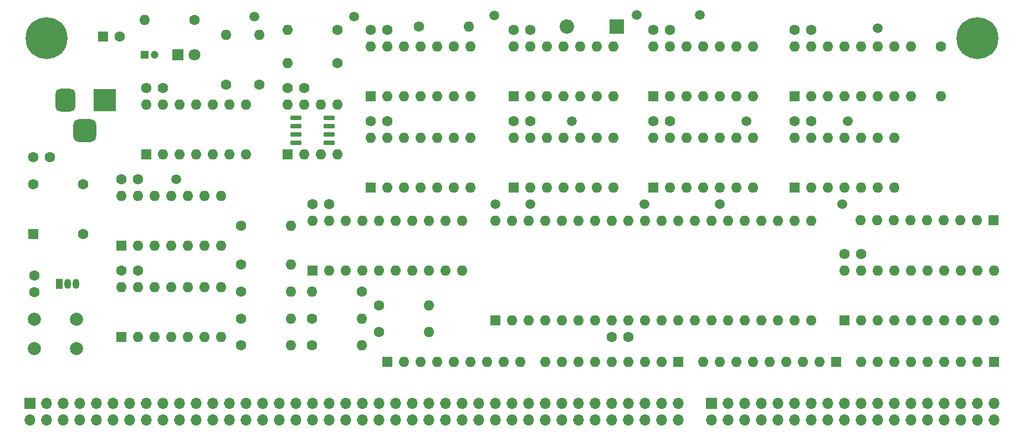
<source format=gts>
G04 #@! TF.GenerationSoftware,KiCad,Pcbnew,(6.0.7-1)-1*
G04 #@! TF.CreationDate,2022-08-14T21:18:01+02:00*
G04 #@! TF.ProjectId,breakout,62726561-6b6f-4757-942e-6b696361645f,A.26*
G04 #@! TF.SameCoordinates,Original*
G04 #@! TF.FileFunction,Soldermask,Top*
G04 #@! TF.FilePolarity,Negative*
%FSLAX46Y46*%
G04 Gerber Fmt 4.6, Leading zero omitted, Abs format (unit mm)*
G04 Created by KiCad (PCBNEW (6.0.7-1)-1) date 2022-08-14 21:18:01*
%MOMM*%
%LPD*%
G01*
G04 APERTURE LIST*
G04 Aperture macros list*
%AMRoundRect*
0 Rectangle with rounded corners*
0 $1 Rounding radius*
0 $2 $3 $4 $5 $6 $7 $8 $9 X,Y pos of 4 corners*
0 Add a 4 corners polygon primitive as box body*
4,1,4,$2,$3,$4,$5,$6,$7,$8,$9,$2,$3,0*
0 Add four circle primitives for the rounded corners*
1,1,$1+$1,$2,$3*
1,1,$1+$1,$4,$5*
1,1,$1+$1,$6,$7*
1,1,$1+$1,$8,$9*
0 Add four rect primitives between the rounded corners*
20,1,$1+$1,$2,$3,$4,$5,0*
20,1,$1+$1,$4,$5,$6,$7,0*
20,1,$1+$1,$6,$7,$8,$9,0*
20,1,$1+$1,$8,$9,$2,$3,0*%
G04 Aperture macros list end*
%ADD10C,1.600000*%
%ADD11O,1.600000X1.600000*%
%ADD12C,1.500000*%
%ADD13R,1.600000X1.600000*%
%ADD14R,2.200000X2.200000*%
%ADD15O,2.200000X2.200000*%
%ADD16C,2.000000*%
%ADD17R,1.050000X1.500000*%
%ADD18O,1.050000X1.500000*%
%ADD19R,1.800000X1.800000*%
%ADD20C,1.800000*%
%ADD21C,6.400000*%
%ADD22R,3.500000X3.500000*%
%ADD23RoundRect,0.750000X-0.750000X-1.000000X0.750000X-1.000000X0.750000X1.000000X-0.750000X1.000000X0*%
%ADD24RoundRect,0.875000X-0.875000X-0.875000X0.875000X-0.875000X0.875000X0.875000X-0.875000X0.875000X0*%
%ADD25RoundRect,0.150000X-0.725000X-0.150000X0.725000X-0.150000X0.725000X0.150000X-0.725000X0.150000X0*%
%ADD26R,1.200000X1.200000*%
%ADD27C,1.200000*%
%ADD28R,1.700000X1.700000*%
%ADD29O,1.700000X1.700000*%
G04 APERTURE END LIST*
D10*
X53081000Y-68326000D03*
D11*
X45461000Y-68326000D03*
D10*
X45720000Y-78740000D03*
X48220000Y-78740000D03*
D12*
X152044400Y-96494600D03*
D10*
X28468000Y-89281000D03*
X30968000Y-89281000D03*
D12*
X110744000Y-83820000D03*
D10*
X60198000Y-118110000D03*
D11*
X67818000Y-118110000D03*
D12*
X157480000Y-69596000D03*
D10*
X70993000Y-118110000D03*
D11*
X78613000Y-118110000D03*
D10*
X57912000Y-78232000D03*
D11*
X57912000Y-70612000D03*
D10*
X70993000Y-113995200D03*
D11*
X78613000Y-113995200D03*
D13*
X41877500Y-116807500D03*
D11*
X44417500Y-116807500D03*
X46957500Y-116807500D03*
X49497500Y-116807500D03*
X52037500Y-116807500D03*
X54577500Y-116807500D03*
X57117500Y-116807500D03*
X57117500Y-109187500D03*
X54577500Y-109187500D03*
X52037500Y-109187500D03*
X49497500Y-109187500D03*
X46957500Y-109187500D03*
X44417500Y-109187500D03*
X41877500Y-109187500D03*
D13*
X99060000Y-114310000D03*
D11*
X101600000Y-114310000D03*
X104140000Y-114310000D03*
X106680000Y-114310000D03*
X109220000Y-114310000D03*
X111760000Y-114310000D03*
X114300000Y-114310000D03*
X116840000Y-114310000D03*
X119380000Y-114310000D03*
X121920000Y-114310000D03*
X124460000Y-114310000D03*
X127000000Y-114310000D03*
X129540000Y-114310000D03*
X132080000Y-114310000D03*
X134620000Y-114310000D03*
X137160000Y-114310000D03*
X139700000Y-114310000D03*
X142240000Y-114310000D03*
X144780000Y-114310000D03*
X147320000Y-114310000D03*
X147320000Y-99070000D03*
X144780000Y-99070000D03*
X142240000Y-99070000D03*
X139700000Y-99070000D03*
X137160000Y-99070000D03*
X134620000Y-99070000D03*
X132080000Y-99070000D03*
X129540000Y-99070000D03*
X127000000Y-99070000D03*
X124460000Y-99070000D03*
X121920000Y-99070000D03*
X119380000Y-99070000D03*
X116840000Y-99070000D03*
X114300000Y-99070000D03*
X111760000Y-99070000D03*
X109220000Y-99070000D03*
X106680000Y-99070000D03*
X104140000Y-99070000D03*
X101600000Y-99070000D03*
X99060000Y-99070000D03*
D12*
X104394000Y-96520000D03*
X121818400Y-96520000D03*
X130302000Y-67564000D03*
D13*
X151145000Y-120660000D03*
D11*
X148605000Y-120660000D03*
X146065000Y-120660000D03*
X143525000Y-120660000D03*
X140985000Y-120660000D03*
X138445000Y-120660000D03*
X135905000Y-120660000D03*
X133365000Y-120660000D03*
X130825000Y-120660000D03*
D10*
X62992000Y-78232000D03*
D11*
X62992000Y-70612000D03*
D13*
X123185000Y-93970000D03*
D11*
X125725000Y-93970000D03*
X128265000Y-93970000D03*
X130805000Y-93970000D03*
X133345000Y-93970000D03*
X135885000Y-93970000D03*
X138425000Y-93970000D03*
X138425000Y-86350000D03*
X135885000Y-86350000D03*
X133345000Y-86350000D03*
X130805000Y-86350000D03*
X128265000Y-86350000D03*
X125725000Y-86350000D03*
X123185000Y-86350000D03*
D12*
X99060000Y-96520000D03*
D13*
X82550000Y-120660000D03*
D11*
X85090000Y-120660000D03*
X87630000Y-120660000D03*
X90170000Y-120660000D03*
X92710000Y-120660000D03*
X95250000Y-120660000D03*
X97790000Y-120660000D03*
X100330000Y-120660000D03*
X102870000Y-120660000D03*
D14*
X117602000Y-69342000D03*
D15*
X109982000Y-69342000D03*
D13*
X80010000Y-80010000D03*
D11*
X82550000Y-80010000D03*
X85090000Y-80010000D03*
X87630000Y-80010000D03*
X90170000Y-80010000D03*
X92710000Y-80010000D03*
X95250000Y-80010000D03*
X95250000Y-72390000D03*
X92710000Y-72390000D03*
X90170000Y-72390000D03*
X87630000Y-72390000D03*
X85090000Y-72390000D03*
X82550000Y-72390000D03*
X80010000Y-72390000D03*
D13*
X39111000Y-70866000D03*
D10*
X41611000Y-70866000D03*
D13*
X67310000Y-88890000D03*
D11*
X69850000Y-88890000D03*
X72390000Y-88890000D03*
X74930000Y-88890000D03*
X74930000Y-81270000D03*
X72390000Y-81270000D03*
X69850000Y-81270000D03*
X67310000Y-81270000D03*
D13*
X144780000Y-93980000D03*
D11*
X147320000Y-93980000D03*
X149860000Y-93980000D03*
X152400000Y-93980000D03*
X154940000Y-93980000D03*
X157480000Y-93980000D03*
X160020000Y-93980000D03*
X160020000Y-86360000D03*
X157480000Y-86360000D03*
X154940000Y-86360000D03*
X152400000Y-86360000D03*
X149860000Y-86360000D03*
X147320000Y-86360000D03*
X144780000Y-86360000D03*
D10*
X41910000Y-92710000D03*
X44410000Y-92710000D03*
D12*
X120650000Y-67564000D03*
D16*
X28575000Y-118582000D03*
X35075000Y-118582000D03*
X28575000Y-114082000D03*
X35075000Y-114082000D03*
D13*
X175275000Y-120660000D03*
D11*
X172735000Y-120660000D03*
X170195000Y-120660000D03*
X167655000Y-120660000D03*
X165115000Y-120660000D03*
X162575000Y-120660000D03*
X160035000Y-120660000D03*
X157495000Y-120660000D03*
X154955000Y-120660000D03*
D13*
X71120000Y-106680000D03*
D11*
X73660000Y-106680000D03*
X76200000Y-106680000D03*
X78740000Y-106680000D03*
X81280000Y-106680000D03*
X83820000Y-106680000D03*
X86360000Y-106680000D03*
X88900000Y-106680000D03*
X91440000Y-106680000D03*
X93980000Y-106680000D03*
X93980000Y-99060000D03*
X91440000Y-99060000D03*
X88900000Y-99060000D03*
X86360000Y-99060000D03*
X83820000Y-99060000D03*
X81280000Y-99060000D03*
X78740000Y-99060000D03*
X76200000Y-99060000D03*
X73660000Y-99060000D03*
X71120000Y-99060000D03*
D10*
X28575000Y-107442000D03*
X28575000Y-109942000D03*
D17*
X32385000Y-108712000D03*
D18*
X33655000Y-108712000D03*
X34925000Y-108712000D03*
D10*
X60198000Y-113995200D03*
D11*
X67818000Y-113995200D03*
D10*
X87376000Y-69342000D03*
D11*
X94996000Y-69342000D03*
D10*
X123190000Y-83820000D03*
X125690000Y-83820000D03*
D13*
X28448000Y-101092000D03*
D10*
X36068000Y-101092000D03*
X36068000Y-93472000D03*
X28448000Y-93472000D03*
X81280000Y-116078000D03*
D11*
X88900000Y-116078000D03*
D10*
X74930000Y-69850000D03*
D11*
X67310000Y-69850000D03*
D13*
X101849000Y-93970000D03*
D11*
X104389000Y-93970000D03*
X106929000Y-93970000D03*
X109469000Y-93970000D03*
X112009000Y-93970000D03*
X114549000Y-93970000D03*
X117089000Y-93970000D03*
X117089000Y-86350000D03*
X114549000Y-86350000D03*
X112009000Y-86350000D03*
X109469000Y-86350000D03*
X106929000Y-86350000D03*
X104389000Y-86350000D03*
X101849000Y-86350000D03*
D10*
X81280000Y-112014000D03*
D11*
X88900000Y-112014000D03*
D13*
X80010000Y-93980000D03*
D11*
X82550000Y-93980000D03*
X85090000Y-93980000D03*
X87630000Y-93980000D03*
X90170000Y-93980000D03*
X92710000Y-93980000D03*
X95250000Y-93980000D03*
X95250000Y-86360000D03*
X92710000Y-86360000D03*
X90170000Y-86360000D03*
X87630000Y-86360000D03*
X85090000Y-86360000D03*
X82550000Y-86360000D03*
X80010000Y-86360000D03*
D13*
X123185000Y-80000000D03*
D11*
X125725000Y-80000000D03*
X128265000Y-80000000D03*
X130805000Y-80000000D03*
X133345000Y-80000000D03*
X135885000Y-80000000D03*
X138425000Y-80000000D03*
X138425000Y-72380000D03*
X135885000Y-72380000D03*
X133345000Y-72380000D03*
X130805000Y-72380000D03*
X128265000Y-72380000D03*
X125725000Y-72380000D03*
X123185000Y-72380000D03*
D13*
X101849000Y-80000000D03*
D11*
X104389000Y-80000000D03*
X106929000Y-80000000D03*
X109469000Y-80000000D03*
X112009000Y-80000000D03*
X114549000Y-80000000D03*
X117089000Y-80000000D03*
X117089000Y-72380000D03*
X114549000Y-72380000D03*
X112009000Y-72380000D03*
X109469000Y-72380000D03*
X106929000Y-72380000D03*
X104389000Y-72380000D03*
X101849000Y-72380000D03*
D12*
X152908000Y-83820000D03*
X137414000Y-83820000D03*
D10*
X60198000Y-109880400D03*
D11*
X67818000Y-109880400D03*
D10*
X101854000Y-83820000D03*
X104354000Y-83820000D03*
D12*
X62230000Y-67818000D03*
D10*
X80010000Y-83820000D03*
X82510000Y-83820000D03*
X152400000Y-104140000D03*
X154900000Y-104140000D03*
D12*
X50292000Y-92710000D03*
D10*
X101874000Y-69850000D03*
X104374000Y-69850000D03*
D12*
X98907600Y-67665600D03*
D10*
X123185000Y-69850000D03*
X125685000Y-69850000D03*
X60198000Y-105765600D03*
D11*
X67818000Y-105765600D03*
D19*
X50541000Y-73660000D03*
D20*
X53081000Y-73660000D03*
D10*
X78613000Y-109880400D03*
D11*
X70993000Y-109880400D03*
D12*
X77470000Y-67818000D03*
D21*
X172720000Y-71120000D03*
D10*
X74930000Y-74930000D03*
D11*
X67310000Y-74930000D03*
D10*
X71120000Y-96520000D03*
X73620000Y-96520000D03*
D13*
X45715000Y-88890000D03*
D11*
X48255000Y-88890000D03*
X50795000Y-88890000D03*
X53335000Y-88890000D03*
X55875000Y-88890000D03*
X58415000Y-88890000D03*
X60955000Y-88890000D03*
X60955000Y-81270000D03*
X58415000Y-81270000D03*
X55875000Y-81270000D03*
X53335000Y-81270000D03*
X50795000Y-81270000D03*
X48255000Y-81270000D03*
X45715000Y-81270000D03*
D22*
X39350200Y-80576500D03*
D23*
X33350200Y-80576500D03*
D24*
X36350200Y-85276500D03*
D13*
X41910000Y-102870000D03*
D11*
X44450000Y-102870000D03*
X46990000Y-102870000D03*
X49530000Y-102870000D03*
X52070000Y-102870000D03*
X54610000Y-102870000D03*
X57150000Y-102870000D03*
X57150000Y-95250000D03*
X54610000Y-95250000D03*
X52070000Y-95250000D03*
X49530000Y-95250000D03*
X46990000Y-95250000D03*
X44450000Y-95250000D03*
X41910000Y-95250000D03*
D25*
X68535000Y-83261200D03*
X68535000Y-84531200D03*
X68535000Y-85801200D03*
X68535000Y-87071200D03*
X73685000Y-87071200D03*
X73685000Y-85801200D03*
X73685000Y-84531200D03*
X73685000Y-83261200D03*
D21*
X30480000Y-71120000D03*
D26*
X45461000Y-73660000D03*
D27*
X46961000Y-73660000D03*
D12*
X133350000Y-96520000D03*
D13*
X144795000Y-80000000D03*
D11*
X147335000Y-80000000D03*
X149875000Y-80000000D03*
X152415000Y-80000000D03*
X154955000Y-80000000D03*
X157495000Y-80000000D03*
X160035000Y-80000000D03*
X162575000Y-80000000D03*
X162575000Y-72380000D03*
X160035000Y-72380000D03*
X157495000Y-72380000D03*
X154955000Y-72380000D03*
X152415000Y-72380000D03*
X149875000Y-72380000D03*
X147335000Y-72380000D03*
X144795000Y-72380000D03*
D10*
X167132000Y-72390000D03*
D11*
X167132000Y-80010000D03*
D13*
X127000000Y-120660000D03*
D11*
X124460000Y-120660000D03*
X121920000Y-120660000D03*
X119380000Y-120660000D03*
X116840000Y-120660000D03*
X114300000Y-120660000D03*
X111760000Y-120660000D03*
X109220000Y-120660000D03*
X106680000Y-120660000D03*
D10*
X80005000Y-69850000D03*
X82505000Y-69850000D03*
X41942500Y-106647500D03*
X44442500Y-106647500D03*
X116840000Y-116850000D03*
X119340000Y-116850000D03*
D13*
X152400000Y-114310000D03*
D11*
X154940000Y-114310000D03*
X157480000Y-114310000D03*
X160020000Y-114310000D03*
X162560000Y-114310000D03*
X165100000Y-114310000D03*
X167640000Y-114310000D03*
X170180000Y-114310000D03*
X172720000Y-114310000D03*
X175260000Y-114310000D03*
X175260000Y-106690000D03*
X172720000Y-106690000D03*
X170180000Y-106690000D03*
X167640000Y-106690000D03*
X165100000Y-106690000D03*
X162560000Y-106690000D03*
X160020000Y-106690000D03*
X157480000Y-106690000D03*
X154940000Y-106690000D03*
X152400000Y-106690000D03*
D10*
X144780000Y-83820000D03*
X147280000Y-83820000D03*
X144780000Y-69850000D03*
X147280000Y-69850000D03*
X60198000Y-99822000D03*
D11*
X67818000Y-99822000D03*
D10*
X67310000Y-78740000D03*
X69810000Y-78740000D03*
D13*
X175183800Y-98983800D03*
D11*
X172643800Y-98983800D03*
X170103800Y-98983800D03*
X167563800Y-98983800D03*
X165023800Y-98983800D03*
X162483800Y-98983800D03*
X159943800Y-98983800D03*
X157403800Y-98983800D03*
X154863800Y-98983800D03*
D28*
X132080000Y-127000000D03*
D29*
X132080000Y-129540000D03*
X134620000Y-127000000D03*
X134620000Y-129540000D03*
X137160000Y-127000000D03*
X137160000Y-129540000D03*
X139700000Y-127000000D03*
X139700000Y-129540000D03*
X142240000Y-127000000D03*
X142240000Y-129540000D03*
X144780000Y-127000000D03*
X144780000Y-129540000D03*
X147320000Y-127000000D03*
X147320000Y-129540000D03*
X149860000Y-127000000D03*
X149860000Y-129540000D03*
X152400000Y-127000000D03*
X152400000Y-129540000D03*
X154940000Y-127000000D03*
X154940000Y-129540000D03*
X157480000Y-127000000D03*
X157480000Y-129540000D03*
X160020000Y-127000000D03*
X160020000Y-129540000D03*
X162560000Y-127000000D03*
X162560000Y-129540000D03*
X165100000Y-127000000D03*
X165100000Y-129540000D03*
X167640000Y-127000000D03*
X167640000Y-129540000D03*
X170180000Y-127000000D03*
X170180000Y-129540000D03*
X172720000Y-127000000D03*
X172720000Y-129540000D03*
X175260000Y-127000000D03*
X175260000Y-129540000D03*
D28*
X27940000Y-127000000D03*
D29*
X27940000Y-129540000D03*
X30480000Y-127000000D03*
X30480000Y-129540000D03*
X33020000Y-127000000D03*
X33020000Y-129540000D03*
X35560000Y-127000000D03*
X35560000Y-129540000D03*
X38100000Y-127000000D03*
X38100000Y-129540000D03*
X40640000Y-127000000D03*
X40640000Y-129540000D03*
X43180000Y-127000000D03*
X43180000Y-129540000D03*
X45720000Y-127000000D03*
X45720000Y-129540000D03*
X48260000Y-127000000D03*
X48260000Y-129540000D03*
X50800000Y-127000000D03*
X50800000Y-129540000D03*
X53340000Y-127000000D03*
X53340000Y-129540000D03*
X55880000Y-127000000D03*
X55880000Y-129540000D03*
X58420000Y-127000000D03*
X58420000Y-129540000D03*
X60960000Y-127000000D03*
X60960000Y-129540000D03*
X63500000Y-127000000D03*
X63500000Y-129540000D03*
X66040000Y-127000000D03*
X66040000Y-129540000D03*
X68580000Y-127000000D03*
X68580000Y-129540000D03*
X71120000Y-127000000D03*
X71120000Y-129540000D03*
X73660000Y-127000000D03*
X73660000Y-129540000D03*
X76200000Y-127000000D03*
X76200000Y-129540000D03*
X78740000Y-127000000D03*
X78740000Y-129540000D03*
X81280000Y-127000000D03*
X81280000Y-129540000D03*
X83820000Y-127000000D03*
X83820000Y-129540000D03*
X86360000Y-127000000D03*
X86360000Y-129540000D03*
X88900000Y-127000000D03*
X88900000Y-129540000D03*
X91440000Y-127000000D03*
X91440000Y-129540000D03*
X93980000Y-127000000D03*
X93980000Y-129540000D03*
X96520000Y-127000000D03*
X96520000Y-129540000D03*
X99060000Y-127000000D03*
X99060000Y-129540000D03*
X101600000Y-127000000D03*
X101600000Y-129540000D03*
X104140000Y-127000000D03*
X104140000Y-129540000D03*
X106680000Y-127000000D03*
X106680000Y-129540000D03*
X109220000Y-127000000D03*
X109220000Y-129540000D03*
X111760000Y-127000000D03*
X111760000Y-129540000D03*
X114300000Y-127000000D03*
X114300000Y-129540000D03*
X116840000Y-127000000D03*
X116840000Y-129540000D03*
X119380000Y-127000000D03*
X119380000Y-129540000D03*
X121920000Y-127000000D03*
X121920000Y-129540000D03*
X124460000Y-127000000D03*
X124460000Y-129540000D03*
X127000000Y-127000000D03*
X127000000Y-129540000D03*
M02*

</source>
